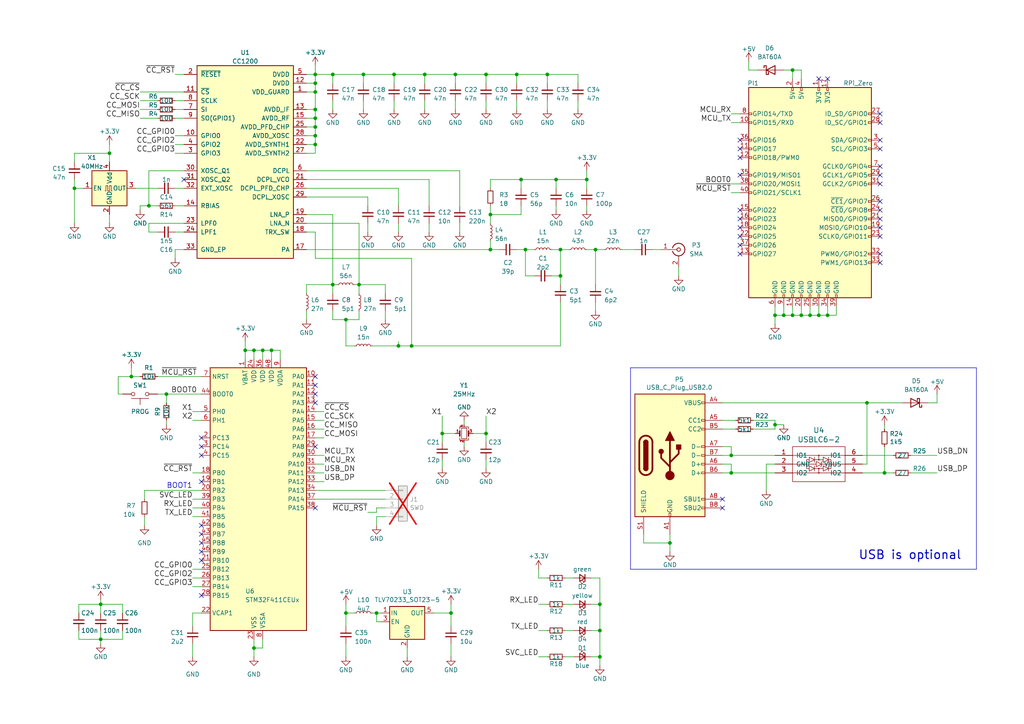
<source format=kicad_sch>
(kicad_sch (version 20231120) (generator "eeschema") (generator_version "8.0")
  (paper "A4")
  (title_block (title "CC1200 RPi Zero Shield") (date "7-02-2025") (rev "B") (company "M17 Foundation") (comment 1 "Wojciech SP5WWP, Mathis DB9MAT"))
  (junction (at 170.18 52.07))
  (junction (at 29.21 175.26))
  (junction (at 31.75 44.45))
  (junction (at 212.09 137.16))
  (junction (at 224.79 123.19))
  (junction (at 109.22 177.8))
  (junction (at 172.72 72.39))
  (junction (at 151.13 52.07))
  (junction (at 96.52 21.59))
  (junction (at 140.97 21.59))
  (junction (at 161.29 52.07))
  (junction (at 76.2 101.6))
  (junction (at 104.14 82.55))
  (junction (at 128.27 125.73))
  (junction (at 91.44 24.13))
  (junction (at 91.44 21.59))
  (junction (at 43.18 59.69))
  (junction (at 114.3 21.59))
  (junction (at 224.79 91.44))
  (junction (at 91.44 41.91))
  (junction (at 162.56 80.01))
  (junction (at 21.59 54.61))
  (junction (at 91.44 34.29))
  (junction (at 140.97 125.73))
  (junction (at 132.08 21.59))
  (junction (at 73.66 101.6))
  (junction (at 115.57 100.33))
  (junction (at 91.44 39.37))
  (junction (at 142.24 72.39))
  (junction (at 237.49 91.44))
  (junction (at 194.31 157.48))
  (junction (at 173.99 190.5))
  (junction (at 48.26 114.3))
  (junction (at 173.99 182.88))
  (junction (at 229.87 91.44))
  (junction (at 130.81 177.8))
  (junction (at 38.1 109.22))
  (junction (at 212.09 132.08))
  (junction (at 73.66 187.96))
  (junction (at 149.86 21.59))
  (junction (at 142.24 62.23))
  (junction (at 251.46 116.84))
  (junction (at 162.56 72.39))
  (junction (at 232.41 91.44))
  (junction (at 91.44 36.83))
  (junction (at 152.4 72.39))
  (junction (at 105.41 21.59))
  (junction (at 158.75 21.59))
  (junction (at 78.74 101.6))
  (junction (at 91.44 31.75))
  (junction (at 100.33 92.71))
  (junction (at 29.21 185.42))
  (junction (at 71.12 101.6))
  (junction (at 96.52 82.55))
  (junction (at 256.54 137.16))
  (junction (at 240.03 91.44))
  (junction (at 229.87 20.32))
  (junction (at 227.33 91.44))
  (junction (at 173.99 175.26))
  (junction (at 123.19 21.59))
  (junction (at 119.38 100.33))
  (junction (at 91.44 26.67))
  (junction (at 100.33 177.8))
  (junction (at 234.95 91.44))
  (no_connect (at 237.49 22.86))
  (no_connect (at 91.44 114.3))
  (no_connect (at 53.34 52.07))
  (no_connect (at 58.42 129.54))
  (no_connect (at 255.27 50.8))
  (no_connect (at 255.27 35.56))
  (no_connect (at 58.42 157.48))
  (no_connect (at 91.44 111.76))
  (no_connect (at 58.42 139.7))
  (no_connect (at 255.27 53.34))
  (no_connect (at 58.42 160.02))
  (no_connect (at 255.27 76.2))
  (no_connect (at 255.27 43.18))
  (no_connect (at 214.63 50.8))
  (no_connect (at 214.63 73.66))
  (no_connect (at 58.42 162.56))
  (no_connect (at 58.42 172.72))
  (no_connect (at 255.27 66.04))
  (no_connect (at 58.42 154.94))
  (no_connect (at 58.42 127))
  (no_connect (at 91.44 109.22))
  (no_connect (at 91.44 116.84))
  (no_connect (at 255.27 48.26))
  (no_connect (at 58.42 132.08))
  (no_connect (at 214.63 68.58))
  (no_connect (at 214.63 43.18))
  (no_connect (at 240.03 22.86))
  (no_connect (at 214.63 71.12))
  (no_connect (at 255.27 73.66))
  (no_connect (at 255.27 63.5))
  (no_connect (at 209.55 144.78))
  (no_connect (at 58.42 152.4))
  (no_connect (at 214.63 45.72))
  (no_connect (at 255.27 40.64))
  (no_connect (at 255.27 68.58))
  (no_connect (at 209.55 147.32))
  (no_connect (at 255.27 60.96))
  (no_connect (at 255.27 33.02))
  (no_connect (at 214.63 60.96))
  (no_connect (at 255.27 58.42))
  (no_connect (at 214.63 40.64))
  (no_connect (at 214.63 66.04))
  (no_connect (at 91.44 147.32))
  (no_connect (at 91.44 129.54))
  (no_connect (at 214.63 63.5))
  (wire (pts (xy 123.19 24.13) (xy 123.19 21.59)))
  (polyline (pts (xy 283.21 165.1) (xy 182.88 165.1)))
  (wire (pts (xy 91.44 127) (xy 93.98 127)))
  (wire (pts (xy 31.75 62.23) (xy 31.75 64.77)))
  (wire (pts (xy 55.88 177.8) (xy 55.88 181.61)))
  (wire (pts (xy 100.33 177.8) (xy 102.87 177.8)))
  (wire (pts (xy 50.8 39.37) (xy 53.34 39.37)))
  (wire (pts (xy 124.46 52.07) (xy 124.46 59.69)))
  (wire (pts (xy 31.75 46.99) (xy 31.75 44.45)))
  (wire (pts (xy 130.81 175.26) (xy 130.81 177.8)))
  (wire (pts (xy 212.09 35.56) (xy 214.63 35.56)))
  (wire (pts (xy 237.49 91.44) (xy 240.03 91.44)))
  (wire (pts (xy 162.56 72.39) (xy 165.1 72.39)))
  (polyline (pts (xy 182.88 106.68) (xy 283.21 106.68)))
  (wire (pts (xy 212.09 132.08) (xy 209.55 132.08)))
  (wire (pts (xy 115.57 100.33) (xy 115.57 99.06)))
  (wire (pts (xy 50.8 34.29) (xy 53.34 34.29)))
  (wire (pts (xy 91.44 26.67) (xy 91.44 24.13)))
  (wire (pts (xy 194.31 157.48) (xy 194.31 160.02)))
  (wire (pts (xy 29.21 173.99) (xy 29.21 175.26)))
  (wire (pts (xy 237.49 88.9) (xy 237.49 91.44)))
  (wire (pts (xy 40.64 109.22) (xy 38.1 109.22)))
  (wire (pts (xy 142.24 69.85) (xy 142.24 72.39)))
  (wire (pts (xy 71.12 101.6) (xy 73.66 101.6)))
  (wire (pts (xy 217.17 17.78) (xy 217.17 20.32)))
  (wire (pts (xy 73.66 185.42) (xy 73.66 187.96)))
  (wire (pts (xy 50.8 67.31) (xy 53.34 67.31)))
  (wire (pts (xy 104.14 64.77) (xy 104.14 82.55)))
  (wire (pts (xy 102.87 82.55) (xy 104.14 82.55)))
  (wire (pts (xy 240.03 88.9) (xy 240.03 91.44)))
  (wire (pts (xy 34.29 114.3) (xy 34.29 109.22)))
  (wire (pts (xy 91.44 19.05) (xy 91.44 21.59)))
  (wire (pts (xy 96.52 82.55) (xy 96.52 85.09)))
  (wire (pts (xy 109.22 149.86) (xy 109.22 152.4)))
  (wire (pts (xy 212.09 55.88) (xy 214.63 55.88)))
  (wire (pts (xy 91.44 36.83) (xy 91.44 34.29)))
  (wire (pts (xy 88.9 41.91) (xy 91.44 41.91)))
  (wire (pts (xy 140.97 24.13) (xy 140.97 21.59)))
  (wire (pts (xy 34.29 109.22) (xy 38.1 109.22)))
  (wire (pts (xy 134.62 123.19) (xy 134.62 121.92)))
  (wire (pts (xy 91.44 24.13) (xy 91.44 21.59)))
  (wire (pts (xy 114.3 24.13) (xy 114.3 21.59)))
  (wire (pts (xy 50.8 21.59) (xy 53.34 21.59)))
  (wire (pts (xy 45.72 114.3) (xy 48.26 114.3)))
  (wire (pts (xy 40.64 29.21) (xy 45.72 29.21)))
  (wire (pts (xy 212.09 33.02) (xy 214.63 33.02)))
  (wire (pts (xy 212.09 137.16) (xy 224.79 137.16)))
  (wire (pts (xy 100.33 92.71) (xy 104.14 92.71)))
  (wire (pts (xy 162.56 80.01) (xy 162.56 72.39)))
  (wire (pts (xy 109.22 147.32) (xy 111.76 147.32)))
  (wire (pts (xy 209.55 129.54) (xy 212.09 129.54)))
  (wire (pts (xy 91.44 44.45) (xy 91.44 41.91)))
  (wire (pts (xy 162.56 80.01) (xy 162.56 82.55)))
  (wire (pts (xy 58.42 119.38) (xy 55.88 119.38)))
  (wire (pts (xy 144.78 72.39) (xy 142.24 72.39)))
  (wire (pts (xy 119.38 100.33) (xy 115.57 100.33)))
  (wire (pts (xy 140.97 21.59) (xy 132.08 21.59)))
  (wire (pts (xy 91.44 34.29) (xy 91.44 31.75)))
  (wire (pts (xy 251.46 116.84) (xy 251.46 134.62)))
  (polyline (pts (xy 283.21 106.68) (xy 283.21 165.1)))
  (wire (pts (xy 43.18 59.69) (xy 40.64 59.69)))
  (wire (pts (xy 43.18 49.53) (xy 43.18 59.69)))
  (wire (pts (xy 88.9 34.29) (xy 91.44 34.29)))
  (wire (pts (xy 162.56 72.39) (xy 160.02 72.39)))
  (wire (pts (xy 191.77 72.39) (xy 189.23 72.39)))
  (wire (pts (xy 31.75 41.91) (xy 31.75 44.45)))
  (wire (pts (xy 149.86 72.39) (xy 152.4 72.39)))
  (wire (pts (xy 224.79 88.9) (xy 224.79 91.44)))
  (wire (pts (xy 40.64 34.29) (xy 45.72 34.29)))
  (wire (pts (xy 91.44 119.38) (xy 93.98 119.38)))
  (wire (pts (xy 88.9 44.45) (xy 91.44 44.45)))
  (wire (pts (xy 39.37 54.61) (xy 45.72 54.61)))
  (wire (pts (xy 242.57 91.44) (xy 242.57 88.9)))
  (wire (pts (xy 100.33 177.8) (xy 100.33 181.61)))
  (wire (pts (xy 100.33 92.71) (xy 100.33 100.33)))
  (wire (pts (xy 161.29 52.07) (xy 170.18 52.07)))
  (wire (pts (xy 167.64 24.13) (xy 167.64 21.59)))
  (wire (pts (xy 142.24 54.61) (xy 142.24 52.07)))
  (wire (pts (xy 40.64 26.67) (xy 53.34 26.67)))
  (wire (pts (xy 218.44 124.46) (xy 224.79 124.46)))
  (wire (pts (xy 22.86 182.88) (xy 22.86 185.42)))
  (wire (pts (xy 173.99 190.5) (xy 171.45 190.5)))
  (wire (pts (xy 140.97 133.35) (xy 140.97 135.89)))
  (wire (pts (xy 212.09 129.54) (xy 212.09 132.08)))
  (wire (pts (xy 88.9 49.53) (xy 133.35 49.53)))
  (wire (pts (xy 224.79 123.19) (xy 224.79 124.46)))
  (wire (pts (xy 31.75 44.45) (xy 21.59 44.45)))
  (wire (pts (xy 212.09 137.16) (xy 209.55 137.16)))
  (wire (pts (xy 256.54 137.16) (xy 259.08 137.16)))
  (wire (pts (xy 22.86 175.26) (xy 29.21 175.26)))
  (wire (pts (xy 96.52 29.21) (xy 96.52 31.75)))
  (wire (pts (xy 251.46 134.62) (xy 250.19 134.62)))
  (wire (pts (xy 91.44 31.75) (xy 91.44 26.67)))
  (wire (pts (xy 71.12 104.14) (xy 71.12 101.6)))
  (wire (pts (xy 227.33 91.44) (xy 229.87 91.44)))
  (wire (pts (xy 110.49 180.34) (xy 109.22 180.34)))
  (wire (pts (xy 161.29 52.07) (xy 151.13 52.07)))
  (wire (pts (xy 152.4 72.39) (xy 152.4 80.01)))
  (wire (pts (xy 76.2 101.6) (xy 78.74 101.6)))
  (wire (pts (xy 96.52 90.17) (xy 96.52 92.71)))
  (wire (pts (xy 133.35 49.53) (xy 133.35 59.69)))
  (wire (pts (xy 88.9 24.13) (xy 91.44 24.13)))
  (wire (pts (xy 142.24 62.23) (xy 151.13 62.23)))
  (wire (pts (xy 91.44 137.16) (xy 93.98 137.16)))
  (wire (pts (xy 55.88 144.78) (xy 58.42 144.78)))
  (wire (pts (xy 271.78 114.3) (xy 271.78 116.84)))
  (wire (pts (xy 256.54 137.16) (xy 256.54 129.54)))
  (wire (pts (xy 109.22 180.34) (xy 109.22 177.8)))
  (wire (pts (xy 91.44 139.7) (xy 93.98 139.7)))
  (wire (pts (xy 91.44 121.92) (xy 93.98 121.92)))
  (wire (pts (xy 91.44 74.93) (xy 119.38 74.93)))
  (wire (pts (xy 224.79 123.19) (xy 227.33 123.19)))
  (wire (pts (xy 173.99 167.64) (xy 171.45 167.64)))
  (wire (pts (xy 43.18 64.77) (xy 53.34 64.77)))
  (wire (pts (xy 71.12 99.06) (xy 71.12 101.6)))
  (wire (pts (xy 227.33 88.9) (xy 227.33 91.44)))
  (wire (pts (xy 128.27 133.35) (xy 128.27 135.89)))
  (wire (pts (xy 106.68 57.15) (xy 106.68 59.69)))
  (wire (pts (xy 152.4 72.39) (xy 154.94 72.39)))
  (wire (pts (xy 48.26 114.3) (xy 48.26 116.84)))
  (wire (pts (xy 161.29 54.61) (xy 161.29 52.07)))
  (wire (pts (xy 227.33 20.32) (xy 229.87 20.32)))
  (wire (pts (xy 114.3 29.21) (xy 114.3 31.75)))
  (wire (pts (xy 109.22 148.59) (xy 109.22 147.32)))
  (wire (pts (xy 96.52 24.13) (xy 96.52 21.59)))
  (wire (pts (xy 35.56 182.88) (xy 35.56 185.42)))
  (wire (pts (xy 88.9 90.17) (xy 88.9 92.71)))
  (wire (pts (xy 45.72 59.69) (xy 43.18 59.69)))
  (wire (pts (xy 88.9 26.67) (xy 91.44 26.67)))
  (wire (pts (xy 88.9 39.37) (xy 91.44 39.37)))
  (wire (pts (xy 173.99 175.26) (xy 173.99 182.88)))
  (wire (pts (xy 137.16 125.73) (xy 140.97 125.73)))
  (wire (pts (xy 53.34 59.69) (xy 50.8 59.69)))
  (wire (pts (xy 40.64 59.69) (xy 40.64 60.96)))
  (wire (pts (xy 232.41 88.9) (xy 232.41 91.44)))
  (wire (pts (xy 55.88 149.86) (xy 58.42 149.86)))
  (wire (pts (xy 35.56 114.3) (xy 34.29 114.3)))
  (wire (pts (xy 180.34 72.39) (xy 184.15 72.39)))
  (wire (pts (xy 212.09 53.34) (xy 214.63 53.34)))
  (wire (pts (xy 163.83 167.64) (xy 166.37 167.64)))
  (wire (pts (xy 58.42 121.92) (xy 55.88 121.92)))
  (wire (pts (xy 123.19 21.59) (xy 114.3 21.59)))
  (wire (pts (xy 88.9 64.77) (xy 104.14 64.77)))
  (wire (pts (xy 48.26 123.19) (xy 48.26 121.92)))
  (wire (pts (xy 24.13 54.61) (xy 21.59 54.61)))
  (wire (pts (xy 88.9 72.39) (xy 142.24 72.39)))
  (wire (pts (xy 73.66 187.96) (xy 76.2 187.96)))
  (wire (pts (xy 96.52 21.59) (xy 105.41 21.59)))
  (wire (pts (xy 53.34 72.39) (xy 50.8 72.39)))
  (wire (pts (xy 88.9 67.31) (xy 91.44 67.31)))
  (wire (pts (xy 240.03 91.44) (xy 242.57 91.44)))
  (wire (pts (xy 186.69 157.48) (xy 194.31 157.48)))
  (wire (pts (xy 104.14 85.09) (xy 104.14 82.55)))
  (wire (pts (xy 91.44 21.59) (xy 96.52 21.59)))
  (wire (pts (xy 250.19 132.08) (xy 259.08 132.08)))
  (wire (pts (xy 149.86 21.59) (xy 158.75 21.59)))
  (wire (pts (xy 96.52 92.71) (xy 100.33 92.71)))
  (wire (pts (xy 124.46 64.77) (xy 124.46 67.31)))
  (wire (pts (xy 132.08 21.59) (xy 123.19 21.59)))
  (wire (pts (xy 118.11 187.96) (xy 118.11 190.5)))
  (wire (pts (xy 224.79 134.62) (xy 222.25 134.62)))
  (wire (pts (xy 156.21 182.88) (xy 158.75 182.88)))
  (wire (pts (xy 88.9 82.55) (xy 96.52 82.55)))
  (wire (pts (xy 133.35 64.77) (xy 133.35 67.31)))
  (wire (pts (xy 58.42 142.24) (xy 41.91 142.24)))
  (wire (pts (xy 149.86 24.13) (xy 149.86 21.59)))
  (wire (pts (xy 45.72 67.31) (xy 43.18 67.31)))
  (wire (pts (xy 264.16 132.08) (xy 271.78 132.08)))
  (wire (pts (xy 173.99 167.64) (xy 173.99 175.26)))
  (wire (pts (xy 234.95 88.9) (xy 234.95 91.44)))
  (wire (pts (xy 114.3 21.59) (xy 105.41 21.59)))
  (wire (pts (xy 166.37 175.26) (xy 163.83 175.26)))
  (wire (pts (xy 125.73 177.8) (xy 130.81 177.8)))
  (wire (pts (xy 229.87 20.32) (xy 229.87 22.86)))
  (wire (pts (xy 149.86 29.21) (xy 149.86 31.75)))
  (wire (pts (xy 91.44 21.59) (xy 88.9 21.59)))
  (wire (pts (xy 43.18 49.53) (xy 53.34 49.53)))
  (wire (pts (xy 212.09 134.62) (xy 212.09 137.16)))
  (wire (pts (xy 91.44 124.46) (xy 93.98 124.46)))
  (wire (pts (xy 128.27 120.65) (xy 128.27 125.73)))
  (wire (pts (xy 170.18 72.39) (xy 172.72 72.39)))
  (wire (pts (xy 218.44 121.92) (xy 224.79 121.92)))
  (wire (pts (xy 88.9 52.07) (xy 124.46 52.07)))
  (wire (pts (xy 29.21 182.88) (xy 29.21 185.42)))
  (wire (pts (xy 104.14 82.55) (xy 111.76 82.55)))
  (wire (pts (xy 45.72 109.22) (xy 58.42 109.22)))
  (wire (pts (xy 55.88 167.64) (xy 58.42 167.64)))
  (polyline (pts (xy 182.88 165.1) (xy 182.88 106.68)))
  (wire (pts (xy 217.17 20.32) (xy 219.71 20.32)))
  (wire (pts (xy 166.37 190.5) (xy 163.83 190.5)))
  (wire (pts (xy 40.64 31.75) (xy 45.72 31.75)))
  (wire (pts (xy 107.95 177.8) (xy 109.22 177.8)))
  (wire (pts (xy 91.44 132.08) (xy 93.98 132.08)))
  (wire (pts (xy 170.18 54.61) (xy 170.18 52.07)))
  (wire (pts (xy 100.33 186.69) (xy 100.33 190.5)))
  (wire (pts (xy 232.41 20.32) (xy 232.41 22.86)))
  (wire (pts (xy 119.38 74.93) (xy 119.38 100.33)))
  (wire (pts (xy 55.88 137.16) (xy 58.42 137.16)))
  (wire (pts (xy 21.59 44.45) (xy 21.59 46.99)))
  (wire (pts (xy 96.52 62.23) (xy 96.52 82.55)))
  (wire (pts (xy 41.91 149.86) (xy 41.91 152.4)))
  (wire (pts (xy 158.75 190.5) (xy 156.21 190.5)))
  (wire (pts (xy 105.41 29.21) (xy 105.41 31.75)))
  (wire (pts (xy 73.66 101.6) (xy 73.66 104.14)))
  (wire (pts (xy 91.44 142.24) (xy 111.76 142.24)))
  (wire (pts (xy 29.21 175.26) (xy 29.21 177.8)))
  (wire (pts (xy 140.97 29.21) (xy 140.97 31.75)))
  (wire (pts (xy 160.02 80.01) (xy 162.56 80.01)))
  (wire (pts (xy 50.8 29.21) (xy 53.34 29.21)))
  (wire (pts (xy 88.9 31.75) (xy 91.44 31.75)))
  (wire (pts (xy 76.2 101.6) (xy 76.2 104.14)))
  (wire (pts (xy 29.21 175.26) (xy 35.56 175.26)))
  (wire (pts (xy 172.72 72.39) (xy 175.26 72.39)))
  (wire (pts (xy 209.55 116.84) (xy 251.46 116.84)))
  (wire (pts (xy 115.57 64.77) (xy 115.57 67.31)))
  (wire (pts (xy 264.16 137.16) (xy 271.78 137.16)))
  (wire (pts (xy 140.97 125.73) (xy 140.97 128.27)))
  (wire (pts (xy 41.91 142.24) (xy 41.91 144.78)))
  (wire (pts (xy 73.66 101.6) (xy 76.2 101.6)))
  (wire (pts (xy 22.86 175.26) (xy 22.86 177.8)))
  (wire (pts (xy 96.52 82.55) (xy 97.79 82.55)))
  (wire (pts (xy 88.9 54.61) (xy 115.57 54.61)))
  (wire (pts (xy 224.79 91.44) (xy 227.33 91.44)))
  (wire (pts (xy 88.9 85.09) (xy 88.9 82.55)))
  (wire (pts (xy 222.25 134.62) (xy 222.25 142.24)))
  (wire (pts (xy 151.13 52.07) (xy 151.13 54.61)))
  (wire (pts (xy 91.44 41.91) (xy 91.44 39.37)))
  (wire (pts (xy 111.76 90.17) (xy 111.76 92.71)))
  (wire (pts (xy 162.56 100.33) (xy 119.38 100.33)))
  (wire (pts (xy 130.81 177.8) (xy 130.81 181.61)))
  (wire (pts (xy 167.64 29.21) (xy 167.64 31.75)))
  (wire (pts (xy 212.09 132.08) (xy 224.79 132.08)))
  (wire (pts (xy 29.21 185.42) (xy 35.56 185.42)))
  (wire (pts (xy 224.79 121.92) (xy 224.79 123.19)))
  (wire (pts (xy 269.24 116.84) (xy 271.78 116.84)))
  (wire (pts (xy 170.18 49.53) (xy 170.18 52.07)))
  (wire (pts (xy 128.27 125.73) (xy 132.08 125.73)))
  (wire (pts (xy 78.74 101.6) (xy 78.74 104.14)))
  (wire (pts (xy 134.62 128.27) (xy 134.62 129.54)))
  (wire (pts (xy 55.88 186.69) (xy 55.88 190.5)))
  (wire (pts (xy 156.21 165.1) (xy 156.21 167.64)))
  (wire (pts (xy 48.26 114.3) (xy 58.42 114.3)))
  (wire (pts (xy 78.74 101.6) (xy 81.28 101.6)))
  (wire (pts (xy 224.79 91.44) (xy 224.79 93.98)))
  (wire (pts (xy 161.29 59.69) (xy 161.29 60.96)))
  (wire (pts (xy 73.66 187.96) (xy 73.66 190.5)))
  (wire (pts (xy 209.55 121.92) (xy 213.36 121.92)))
  (wire (pts (xy 142.24 62.23) (xy 142.24 64.77)))
  (wire (pts (xy 130.81 186.69) (xy 130.81 190.5)))
  (wire (pts (xy 105.41 24.13) (xy 105.41 21.59)))
  (wire (pts (xy 50.8 31.75) (xy 53.34 31.75)))
  (wire (pts (xy 29.21 185.42) (xy 29.21 186.69)))
  (wire (pts (xy 106.68 148.59) (xy 109.22 148.59)))
  (wire (pts (xy 173.99 182.88) (xy 171.45 182.88)))
  (wire (pts (xy 55.88 170.18) (xy 58.42 170.18)))
  (wire (pts (xy 151.13 62.23) (xy 151.13 59.69)))
  (wire (pts (xy 172.72 87.63) (xy 172.72 90.17)))
  (wire (pts (xy 91.44 39.37) (xy 91.44 36.83)))
  (wire (pts (xy 22.86 185.42) (xy 29.21 185.42)))
  (wire (pts (xy 55.88 177.8) (xy 58.42 177.8)))
  (wire (pts (xy 158.75 175.26) (xy 156.21 175.26)))
  (wire (pts (xy 55.88 147.32) (xy 58.42 147.32)))
  (wire (pts (xy 123.19 29.21) (xy 123.19 31.75)))
  (wire (pts (xy 100.33 100.33) (xy 102.87 100.33)))
  (wire (pts (xy 50.8 72.39) (xy 50.8 74.93)))
  (wire (pts (xy 140.97 21.59) (xy 149.86 21.59)))
  (wire (pts (xy 162.56 87.63) (xy 162.56 100.33)))
  (wire (pts (xy 115.57 54.61) (xy 115.57 59.69)))
  (wire (pts (xy 194.31 157.48) (xy 194.31 154.94)))
  (wire (pts (xy 104.14 92.71) (xy 104.14 90.17)))
  (wire (pts (xy 128.27 125.73) (xy 128.27 128.27)))
  (wire (pts (xy 91.44 67.31) (xy 91.44 74.93)))
  (wire (pts (xy 172.72 72.39) (xy 172.72 82.55)))
  (wire (pts (xy 232.41 91.44) (xy 234.95 91.44)))
  (wire (pts (xy 209.55 134.62) (xy 212.09 134.62)))
  (wire (pts (xy 111.76 85.09) (xy 111.76 82.55)))
  (wire (pts (xy 21.59 54.61) (xy 21.59 52.07)))
  (wire (pts (xy 158.75 29.21) (xy 158.75 31.75)))
  (wire (pts (xy 38.1 106.68) (xy 38.1 109.22)))
  (wire (pts (xy 106.68 64.77) (xy 106.68 67.31)))
  (wire (pts (xy 229.87 91.44) (xy 232.41 91.44)))
  (wire (pts (xy 50.8 54.61) (xy 53.34 54.61)))
  (wire (pts (xy 76.2 185.42) (xy 76.2 187.96)))
  (wire (pts (xy 209.55 124.46) (xy 213.36 124.46)))
  (wire (pts (xy 158.75 21.59) (xy 167.64 21.59)))
  (wire (pts (xy 91.44 134.62) (xy 93.98 134.62)))
  (wire (pts (xy 142.24 52.07) (xy 151.13 52.07)))
  (wire (pts (xy 43.18 67.31) (xy 43.18 64.77)))
  (wire (pts (xy 55.88 165.1) (xy 58.42 165.1)))
  (wire (pts (xy 256.54 123.19) (xy 256.54 124.46)))
  (wire (pts (xy 132.08 24.13) (xy 132.08 21.59)))
  (wire (pts (xy 21.59 54.61) (xy 21.59 64.77)))
  (wire (pts (xy 186.69 154.94) (xy 186.69 157.48)))
  (wire (pts (xy 132.08 29.21) (xy 132.08 31.75)))
  (wire (pts (xy 100.33 175.26) (xy 100.33 177.8)))
  (wire (pts (xy 115.57 100.33) (xy 107.95 100.33)))
  (wire (pts (xy 173.99 175.26) (xy 171.45 175.26)))
  (wire (pts (xy 229.87 88.9) (xy 229.87 91.44)))
  (wire (pts (xy 156.21 167.64) (xy 158.75 167.64)))
  (wire (pts (xy 154.94 80.01) (xy 152.4 80.01)))
  (wire (pts (xy 91.44 144.78) (xy 111.76 144.78)))
  (wire (pts (xy 111.76 149.86) (xy 109.22 149.86)))
  (wire (pts (xy 196.85 77.47) (xy 196.85 80.01)))
  (wire (pts (xy 173.99 182.88) (xy 173.99 190.5)))
  (wire (pts (xy 229.87 20.32) (xy 232.41 20.32)))
  (wire (pts (xy 35.56 175.26) (xy 35.56 177.8)))
  (wire (pts (xy 88.9 62.23) (xy 96.52 62.23)))
  (wire (pts (xy 251.46 116.84) (xy 261.62 116.84)))
  (wire (pts (xy 173.99 190.5) (xy 173.99 193.04)))
  (wire (pts (xy 140.97 120.65) (xy 140.97 125.73)))
  (wire (pts (xy 158.75 24.13) (xy 158.75 21.59)))
  (wire (pts (xy 88.9 57.15) (xy 106.68 57.15)))
  (wire (pts (xy 142.24 59.69) (xy 142.24 62.23)))
  (wire (pts (xy 50.8 44.45) (xy 53.34 44.45)))
  (wire (pts (xy 163.83 182.88) (xy 166.37 182.88)))
  (wire (pts (xy 109.22 177.8) (xy 110.49 177.8)))
  (wire (pts (xy 81.28 104.14) (xy 81.28 101.6)))
  (wire (pts (xy 50.8 41.91) (xy 53.34 41.91)))
  (wire (pts (xy 170.18 59.69) (xy 170.18 60.96)))
  (wire (pts (xy 250.19 137.16) (xy 256.54 137.16)))
  (wire (pts (xy 88.9 36.83) (xy 91.44 36.83)))
  (wire (pts (xy 234.95 91.44) (xy 237.49 91.44)))
  (text "BOOT1" (at 52.07 140.97 0) (effects (font (size 1.524 1.524))))
  (text "USB is optional" (at 248.92 162.56 0) (effects (font (size 2.4892 2.4892) (thickness 0.3112)) (justify left bottom)))
  (label "USB_DP" (at 271.78 137.16 0) (effects (font (size 1.524 1.524))))
  (label "RX_LED" (at 156.21 175.26 180) (effects (font (size 1.524 1.524))))
  (label "RX_LED" (at 55.88 147.32 180) (effects (font (size 1.524 1.524))))
  (label "MCU_TX" (at 212.09 35.56 180) (effects (font (size 1.524 1.524))))
  (label "USB_DN" (at 271.78 132.08 0) (effects (font (size 1.524 1.524))))
  (label "X2" (at 140.97 120.65 0) (effects (font (size 1.524 1.524))))
  (label "CC_GPIO3" (at 55.88 170.18 180) (effects (font (size 1.524 1.524))))
  (label "TX_LED" (at 156.21 182.88 180) (effects (font (size 1.524 1.524))))
  (label "SVC_LED" (at 55.88 144.78 180) (effects (font (size 1.524 1.524))))
  (label "SVC_LED" (at 156.21 190.5 180) (effects (font (size 1.524 1.524))))
  (label "~{MCU_RST}" (at 106.68 148.59 180) (effects (font (size 1.524 1.524))))
  (label "TX_LED" (at 55.88 149.86 180) (effects (font (size 1.524 1.524))))
  (label "CC_SCK" (at 93.98 121.92 0) (effects (font (size 1.524 1.524))))
  (label "~{CC_CS}" (at 40.64 26.67 180) (effects (font (size 1.524 1.524))))
  (label "MCU_RX" (at 212.09 33.02 180) (effects (font (size 1.524 1.524))))
  (label "CC_GPIO0" (at 55.88 165.1 180) (effects (font (size 1.524 1.524))))
  (label "CC_MISO" (at 93.98 124.46 0) (effects (font (size 1.524 1.524))))
  (label "~{CC_CS}" (at 93.98 119.38 0) (effects (font (size 1.524 1.524))))
  (label "~{CC_RST}" (at 50.8 21.59 180) (effects (font (size 1.524 1.524))))
  (label "CC_GPIO3" (at 50.8 44.45 180) (effects (font (size 1.524 1.524))))
  (label "CC_MISO" (at 40.64 34.29 180) (effects (font (size 1.524 1.524))))
  (label "CC_SCK" (at 40.64 29.21 180) (effects (font (size 1.524 1.524))))
  (label "CC_GPIO2" (at 55.88 167.64 180) (effects (font (size 1.524 1.524))))
  (label "~{CC_RST}" (at 55.88 137.16 180) (effects (font (size 1.524 1.524))))
  (label "X1" (at 128.27 120.65 180) (effects (font (size 1.524 1.524))))
  (label "CC_GPIO2" (at 50.8 41.91 180) (effects (font (size 1.524 1.524))))
  (label "CC_GPIO0" (at 50.8 39.37 180) (effects (font (size 1.524 1.524))))
  (label "BOOT0" (at 57.15 114.3 180) (effects (font (size 1.524 1.524))))
  (label "MCU_RX" (at 93.98 134.62 0) (effects (font (size 1.524 1.524))))
  (label "~{MCU_RST}" (at 57.15 109.22 180) (effects (font (size 1.524 1.524))))
  (label "MCU_TX" (at 93.98 132.08 0) (effects (font (size 1.524 1.524))))
  (label "~{MCU_RST}" (at 212.09 55.88 180) (effects (font (size 1.524 1.524))))
  (label "X2" (at 55.88 121.92 180) (effects (font (size 1.524 1.524))))
  (label "USB_DP" (at 93.98 139.7 0) (effects (font (size 1.524 1.524))))
  (label "X1" (at 55.88 119.38 180) (effects (font (size 1.524 1.524))))
  (label "CC_MOSI" (at 93.98 127 0) (effects (font (size 1.524 1.524))))
  (label "CC_MOSI" (at 40.64 31.75 180) (effects (font (size 1.524 1.524))))
  (label "USB_DN" (at 93.98 137.16 0) (effects (font (size 1.524 1.524))))
  (label "BOOT0" (at 212.09 53.34 180) (effects (font (size 1.524 1.524))))
  (symbol (lib_id "Device:C_Small") (at 128.27 130.81 0) (mirror y) (unit 1)
    (property "Reference" "C21" (at 127.635 128.27 0) (effects (justify left)))
    (property "Value" "12p" (at 127.635 133.35 0) (effects (justify left)))
    (property "Footprint" "Capacitor_SMD:C_0402_1005Metric" (effects (hide yes)))
    (property "MFR" "Murata Electronics" (effects (hide yes)))
    (property "MPN" "GJM1555C1H200FB01D" (effects (hide yes)))
    (property "PN" "81-GJM1555C1H200FB1D" (effects (hide yes)))
  )
  (symbol (lib_id "Device:C_Small") (at 140.97 130.81 0) (unit 1)
    (property "Reference" "C23" (at 141.605 128.27 0) (effects (justify left)))
    (property "Value" "12p" (at 141.605 133.35 0) (effects (justify left)))
    (property "Footprint" "Capacitor_SMD:C_0402_1005Metric" (effects (hide yes)))
    (property "MFR" "Murata Electronics" (effects (hide yes)))
    (property "MPN" "GJM1555C1H200FB01D" (effects (hide yes)))
    (property "PN" "81-GJM1555C1H200FB1D" (effects (hide yes)))
  )
  (symbol (lib_id "power:GND") (at 128.27 135.89 0) (unit 1)
    (property "Reference" "#PWR01" (effects (hide yes)))
    (property "Value" "GND" (at 128.27 139.7 0))
  )
  (symbol (lib_id "power:GND") (at 140.97 135.89 0) (unit 1)
    (property "Reference" "#PWR02" (effects (hide yes)))
    (property "Value" "GND" (at 140.97 139.7 0))
  )
  (symbol (lib_id "Device:C_Small") (at 22.86 180.34 0) (unit 1)
    (property "Reference" "C24" (at 23.495 177.8 0) (effects (justify left)))
    (property "Value" "100n" (at 23.495 182.88 0) (effects (justify left)))
    (property "Footprint" "Capacitor_SMD:C_0402_1005Metric" (effects (hide yes)))
    (property "MPN" "VJ0402V104ZXJCW1BC" (effects (hide yes)))
    (property "PN" "77-VJ0402V104ZXJCBC" (effects (hide yes)))
  )
  (symbol (lib_id "Device:C_Small") (at 29.21 180.34 0) (unit 1)
    (property "Reference" "C25" (at 29.845 177.8 0) (effects (justify left)))
    (property "Value" "100n" (at 29.845 182.88 0) (effects (justify left)))
    (property "Footprint" "Capacitor_SMD:C_0402_1005Metric" (effects (hide yes)))
    (property "MPN" "VJ0402V104ZXJCW1BC" (effects (hide yes)))
    (property "PN" "77-VJ0402V104ZXJCBC" (effects (hide yes)))
  )
  (symbol (lib_id "Device:C_Small") (at 35.56 180.34 0) (unit 1)
    (property "Reference" "C26" (at 36.195 177.8 0) (effects (justify left)))
    (property "Value" "100n" (at 36.195 182.88 0) (effects (justify left)))
    (property "Footprint" "Capacitor_SMD:C_0402_1005Metric" (effects (hide yes)))
    (property "MFR" "Vishay / Vitramon" (effects (hide yes)))
    (property "MPN" "VJ0402V104ZXJCW1BC" (effects (hide yes)))
    (property "PN" "77-VJ0402V104ZXJCBC" (effects (hide yes)))
  )
  (symbol (lib_id "power:GND") (at 29.21 186.69 0) (unit 1)
    (property "Reference" "#PWR08" (effects (hide yes)))
    (property "Value" "GND" (at 29.21 190.5 0))
  )
  (symbol (lib_id "Device:LED_Small") (at 168.91 167.64 180) (unit 1)
    (property "Reference" "D2" (at 168.91 170.18 0))
    (property "Value" "green" (at 168.91 165.1 0))
    (property "Footprint" "LED_SMD:LED_0402_1005Metric" (effects (hide yes)))
    (property "MFR" "Kingbright" (effects (hide yes)))
    (property "MPN" "APHHS1005CGCK" (effects (hide yes)))
    (property "PN" "604-APHHS1005CGCK" (effects (hide yes)))
  )
  (symbol (lib_id "Device:LED_Small") (at 168.91 175.26 180) (unit 1)
    (property "Reference" "D3" (at 168.91 177.8 0))
    (property "Value" "yellow" (at 168.91 172.72 0))
    (property "Footprint" "LED_SMD:LED_0402_1005Metric" (effects (hide yes)))
    (property "MFR" "Kingbright" (effects (hide yes)))
    (property "MPN" "APG1005SYC-T" (effects (hide yes)))
    (property "PN" "604-APG1005SYCT" (effects (hide yes)))
  )
  (symbol (lib_id "Device:LED_Small") (at 168.91 182.88 180) (unit 1)
    (property "Reference" "D4" (at 168.91 185.42 0))
    (property "Value" "red" (at 168.91 180.34 0))
    (property "Footprint" "LED_SMD:LED_0402_1005Metric" (effects (hide yes)))
    (property "PN" "604-APHHS1005SURCK" (effects (hide yes)))
    (property "MPN" "APHHS1005SURCK" (effects (hide yes)))
  )
  (symbol (lib_id "Device:R_Small") (at 161.29 167.64 270) (unit 1)
    (property "Reference" "R11" (at 161.29 169.672 90))
    (property "Value" "1k" (at 161.29 167.64 90))
    (property "Footprint" "Resistor_SMD:R_0402_1005Metric" (effects (hide yes)))
    (property "MPN" "ERJ-PA2D1001X" (effects (hide yes)))
    (property "PN" "667-ERJ-PA2D1001X" (effects (hide yes)))
  )
  (symbol (lib_id "Device:R_Small") (at 161.29 175.26 270) (unit 1)
    (property "Reference" "R12" (at 161.29 177.292 90))
    (property "Value" "1k" (at 161.29 175.26 90))
    (property "Footprint" "Resistor_SMD:R_0402_1005Metric" (effects (hide yes)))
    (property "MPN" "ERJ-PA2D1001X" (effects (hide yes)))
    (property "PN" "667-ERJ-PA2D1001X" (effects (hide yes)))
  )
  (symbol (lib_id "Device:R_Small") (at 161.29 182.88 270) (unit 1)
    (property "Reference" "R13" (at 161.29 184.912 90))
    (property "Value" "1k" (at 161.29 182.88 90))
    (property "Footprint" "Resistor_SMD:R_0402_1005Metric" (effects (hide yes)))
    (property "PN" "667-ERJ-PA2D1001X" (effects (hide yes)))
    (property "MPN" "ERJ-PA2D1001X" (effects (hide yes)))
  )
  (symbol (lib_id "power:GND") (at 196.85 80.01 0) (mirror y) (unit 1)
    (property "Reference" "#PWR035" (effects (hide yes)))
    (property "Value" "GND" (at 196.85 83.82 0))
  )
  (symbol (lib_id "Device:LED_Small") (at 168.91 190.5 0) (mirror y) (unit 1)
    (property "Reference" "D1" (at 168.91 187.96 0))
    (property "Value" "blue" (at 168.91 193.04 0))
    (property "Footprint" "LED_SMD:LED_0402_1005Metric" (effects (hide yes)))
    (property "MFR" "Kingbright" (effects (hide yes)))
    (property "MPN" "APHHS1005SURCK" (effects (hide yes)))
    (property "PN" "604-APHHS1005SURCK" (effects (hide yes)))
  )
  (symbol (lib_id "Device:R_Small") (at 161.29 190.5 90) (mirror x) (unit 1)
    (property "Reference" "R18" (at 161.29 192.532 90))
    (property "Value" "1k" (at 161.29 190.5 90))
    (property "Footprint" "Resistor_SMD:R_0402_1005Metric" (effects (hide yes)))
    (property "PN" "667-ERJ-PA2D1001X" (effects (hide yes)))
    (property "MPN" "ERJ-PA2D1001X" (effects (hide yes)))
  )
  (symbol (lib_id "Device:C_Small") (at 186.69 72.39 270) (unit 1)
    (property "Reference" "C27" (at 186.69 67.31 90))
    (property "Value" "1n" (at 185.42 69.85 90) (effects (justify left)))
    (property "Footprint" "Capacitor_SMD:C_0402_1005Metric" (effects (hide yes)))
    (property "MPN" "GRT1555C1E102JA2J" (effects (hide yes)))
    (property "PN" "77-81-GRT1555C1E102JA2J" (effects (hide yes)))
  )
  (symbol (lib_id "power:GND") (at 100.33 190.5 0) (unit 1)
    (property "Reference" "#PWR046" (effects (hide yes)))
    (property "Value" "GND" (at 100.33 194.31 0))
  )
  (symbol (lib_id "power:GND") (at 130.81 190.5 0) (unit 1)
    (property "Reference" "#PWR050" (effects (hide yes)))
    (property "Value" "GND" (at 130.81 194.31 0))
  )
  (symbol (lib_id "Connector:Raspberry_Pi_2_3") (at 234.95 55.88 0) (unit 1) (in_bom no)
    (property "Reference" "PI1" (at 218.44 24.13 0))
    (property "Value" "RPi_Zero" (at 248.92 24.13 0))
    (property "Footprint" "Module:Raspberry_Pi_Zero_Socketed_THT_FaceDown_MountingHoles" (effects (hide yes)))
    (property "Datasheet" "https://www.raspberrypi.org/documentation/hardware/raspberrypi/schematics/rpi_SCH_3bplus_1p0_reduced.pdf" (effects (hide yes)))
    (property "MPN" "-" (effects (hide yes)))
    (property "PN" "-" (effects (hide yes)))
  )
  (symbol (lib_id "pkl_misc:USBLC6-2") (at 237.49 134.62 0) (unit 1)
    (property "Reference" "U4" (at 237.49 124.7902 0) (effects (font (size 1.524 1.524))))
    (property "Value" "USBLC6-2" (at 237.49 127.4826 0) (effects (font (size 1.524 1.524))))
    (property "Footprint" "Package_TO_SOT_SMD:SOT-23-6" (effects (hide yes)))
    (property "MPN" "USBLC6-2SC6" (effects (hide yes)))
    (property "PN" "511-USBLC6-2SC6" (effects (hide yes)))
  )
  (symbol (lib_id "power:+5V") (at 217.17 17.78 0) (unit 1)
    (property "Reference" "#PWR0102" (effects (hide yes)))
    (property "Value" "+5V" (at 217.17 14.224 0))
  )
  (symbol (lib_id "mmdvm_hs-hat-rescue:TLV70233_SOT23-5-Regulator_Linear") (at 118.11 180.34 0) (unit 1)
    (property "Reference" "U3" (at 118.11 171.6532 0))
    (property "Value" "TLV70233_SOT23-5" (at 118.11 173.9646 0))
    (property "Footprint" "Package_TO_SOT_SMD:SOT-23-5" (effects (hide yes)))
    (property "Datasheet" "http://www.ti.com/lit/ds/symlink/tlv702.pdf" (effects (hide yes)))
    (property "MPN" "TLV70233PDBVR" (effects (hide yes)))
    (property "PN" "595-TLV70233PDBVR" (effects (hide yes)))
  )
  (symbol (lib_id "power:+5V") (at 100.33 175.26 0) (unit 1)
    (property "Reference" "#PWR03" (effects (hide yes)))
    (property "Value" "+5V" (at 100.33 171.704 0))
  )
  (symbol (lib_id "power:GND") (at 118.11 190.5 0) (unit 1)
    (property "Reference" "#PWR04" (effects (hide yes)))
    (property "Value" "GND" (at 118.11 194.31 0))
  )
  (symbol (lib_id "power:GND") (at 224.79 93.98 0) (unit 1)
    (property "Reference" "#PWR0103" (effects (hide yes)))
    (property "Value" "GND" (at 224.79 97.79 0))
  )
  (symbol (lib_id "mmdvm_hs-hat-rescue:USB_C_Receptacle_USB2.0-Connector") (at 194.31 132.08 0) (unit 1)
    (property "Reference" "P5" (at 197.0278 110.0582 0))
    (property "Value" "USB_C_Plug_USB2.0" (at 197.0278 112.3696 0))
    (property "Footprint" "Connector_USB:USB_C_Receptacle_HRO_TYPE-C-31-M-12" (effects (hide yes)))
    (property "Datasheet" "https://www.usb.org/sites/default/files/documents/usb_type-c.zip" (effects (hide yes)))
    (property "PN" "C165948" (effects (hide yes)))
    (property "MPN" "TYPE-C-31-M-12" (effects (hide yes)))
  )
  (symbol (lib_id "power:GND") (at 194.31 160.02 0) (unit 1)
    (property "Reference" "#PWR06" (effects (hide yes)))
    (property "Value" "GND" (at 194.31 163.83 0))
  )
  (symbol (lib_id "Connector:Conn_Coaxial") (at 196.85 72.39 0) (unit 1)
    (property "Reference" "P3" (at 201.93 71.12 0))
    (property "Value" "SMA" (at 201.93 73.66 0))
    (property "Footprint" "Connector_Coaxial:SMA_Wurth_60312002114503_Vertical" (effects (hide yes)))
    (property "MPN" "RF2-04A-T-00-50-G" (effects (hide yes)))
    (property "PN" "737-RF204AT0050G" (effects (hide yes)))
  )
  (symbol (lib_id "Device:R_Small") (at 215.9 121.92 90) (unit 1)
    (property "Reference" "R22" (at 220.98 120.65 90))
    (property "Value" "5k1" (at 215.9 121.92 90))
    (property "Footprint" "Resistor_SMD:R_0402_1005Metric" (effects (hide yes)))
    (property "MFR" "Vishay" (effects (hide yes)))
    (property "MPN" "CRCW040210K0FKED" (effects (hide yes)))
    (property "PN" "71-CRCW0402-10K-E3" (effects (hide yes)))
  )
  (symbol (lib_id "Device:R_Small") (at 215.9 124.46 90) (unit 1)
    (property "Reference" "R23" (at 220.98 123.19 90))
    (property "Value" "5k1" (at 215.9 124.46 90))
    (property "Footprint" "Resistor_SMD:R_0402_1005Metric" (effects (hide yes)))
    (property "MFR" "Vishay" (effects (hide yes)))
    (property "MPN" "CRCW040210K0FKED" (effects (hide yes)))
    (property "PN" "71-CRCW0402-10K-E3" (effects (hide yes)))
  )
  (symbol (lib_id "power:GND") (at 227.33 123.19 0) (unit 1)
    (property "Reference" "#PWR010" (effects (hide yes)))
    (property "Value" "GND" (at 227.33 127 0))
  )
  (symbol (lib_id "power:GND") (at 222.25 142.24 0) (unit 1)
    (property "Reference" "#PWR038" (effects (hide yes)))
    (property "Value" "GND" (at 222.25 146.05 0))
  )
  (symbol (lib_id "Device:R_Small") (at 256.54 127 0) (unit 1)
    (property "Reference" "R24" (at 258.0386 125.8316 0) (effects (justify left)))
    (property "Value" "1k5" (at 258.0386 128.143 0) (effects (justify left)))
    (property "Footprint" "Resistor_SMD:R_0402_1005Metric" (effects (hide yes)))
    (property "MPN" "AC0402JR-7W1K5L" (effects (hide yes)))
    (property "PN" "603-AC0402JR-7W1K5L" (effects (hide yes)))
  )
  (symbol (lib_id "Device:R_Small") (at 261.62 132.08 90) (unit 1)
    (property "Reference" "R25" (at 266.7 130.81 90))
    (property "Value" "27" (at 261.62 132.08 90))
    (property "Footprint" "Resistor_SMD:R_0402_1005Metric" (effects (hide yes)))
    (property "MFR" "Vishay" (effects (hide yes)))
    (property "MPN" "CRCW040210K0FKED" (effects (hide yes)))
    (property "PN" "71-CRCW0402-10K-E3" (effects (hide yes)))
  )
  (symbol (lib_id "Device:R_Small") (at 261.62 137.16 90) (unit 1)
    (property "Reference" "R26" (at 266.7 135.89 90))
    (property "Value" "27" (at 261.62 137.16 90))
    (property "Footprint" "Resistor_SMD:R_0402_1005Metric" (effects (hide yes)))
    (property "MFR" "Vishay" (effects (hide yes)))
    (property "MPN" "CRCW040210K0FKED" (effects (hide yes)))
    (property "PN" "71-CRCW0402-10K-E3" (effects (hide yes)))
  )
  (symbol (lib_id "power:+3.3V") (at 256.54 123.19 0) (unit 1)
    (property "Reference" "#PWR025" (effects (hide yes)))
    (property "Value" "+3.3V" (at 256.54 119.38 0))
  )
  (symbol (lib_id "power:GND") (at 132.08 31.75 0) (mirror y) (unit 1)
    (property "Reference" "#PWR032" (effects (hide yes)))
    (property "Value" "GND" (at 132.08 35.56 0))
  )
  (symbol (lib_id "power:GND") (at 114.3 31.75 0) (mirror y) (unit 1)
    (property "Reference" "#PWR030" (effects (hide yes)))
    (property "Value" "GND" (at 114.3 35.56 0))
  )
  (symbol (lib_id "power:+3.3V") (at 170.18 49.53 0) (unit 1)
    (property "Reference" "#PWR018" (effects (hide yes)))
    (property "Value" "+3.3V" (at 170.18 45.72 0))
  )
  (symbol (lib_id "Device:C_Small") (at 21.59 49.53 0) (mirror x) (unit 1)
    (property "Reference" "C15" (at 19.05 48.8886 0) (effects (justify right)))
    (property "Value" "47n" (at 19.05 51.4286 0) (effects (justify right)))
    (property "Footprint" "Capacitor_SMD:C_0402_1005Metric" (effects (hide yes)))
    (property "MPN" "GCM155L8EH473KE7D" (effects (hide yes)))
    (property "PN" "81-GCM155L8EH473KE7D" (effects (hide yes)))
  )
  (symbol (lib_id "Device:L_Small") (at 88.9 87.63 0) (unit 1)
    (property "Reference" "L6" (at 90.17 86.995 0) (effects (justify left)))
    (property "Value" "27n" (at 90.17 89.535 0) (effects (justify left)))
    (property "Footprint" "Inductor_SMD:L_0402_1005Metric" (effects (hide yes)))
    (property "MPN" "LQG15HN27NJ02D" (effects (hide yes)))
    (property "PN" "81-LQG15HN27NJ02D" (effects (hide yes)))
  )
  (symbol (lib_id "power:GND") (at 149.86 31.75 0) (mirror y) (unit 1)
    (property "Reference" "#PWR034" (effects (hide yes)))
    (property "Value" "GND" (at 149.86 35.56 0))
  )
  (symbol (lib_id "Device:C_Small") (at 115.57 62.23 180) (unit 1)
    (property "Reference" "C11" (at 118.11 61.5886 0) (effects (justify right)))
    (property "Value" "47n" (at 118.11 64.1286 0) (effects (justify right)))
    (property "Footprint" "Capacitor_SMD:C_0402_1005Metric" (effects (hide yes)))
    (property "MPN" "GCM155L8EH473KE7D" (effects (hide yes)))
    (property "PN" "81-GCM155L8EH473KE7D" (effects (hide yes)))
  )
  (symbol (lib_id "Device:R_Small") (at 41.91 147.32 0) (unit 1)
    (property "Reference" "R7" (at 39.37 146.685 0) (effects (justify right)))
    (property "Value" "10k" (at 39.37 149.225 0) (effects (justify right)))
    (property "Footprint" "Resistor_SMD:R_0402_1005Metric" (effects (hide yes)))
    (property "MPN" "RC0402JR-1010KL" (effects (hide yes)))
    (property "PN" "603-RC0402JR-1010KL" (effects (hide yes)))
  )
  (symbol (lib_id "power:GND") (at 31.75 64.77 0) (unit 1)
    (property "Reference" "#PWR024" (effects (hide yes)))
    (property "Value" "GND" (at 31.75 68.58 0))
  )
  (symbol (lib_id "Device:L_Small") (at 167.64 72.39 90) (unit 1)
    (property "Reference" "L2" (at 167.64 67.31 90))
    (property "Value" "43n" (at 167.64 69.85 90))
    (property "Footprint" "Inductor_SMD:L_0402_1005Metric" (effects (hide yes)))
    (property "MPN" "LQG15WZ43NJ02D" (effects (hide yes)))
    (property "PN" "81-LQG15WZ43NJ02D" (effects (hide yes)))
  )
  (symbol (lib_id "Device:C_Small") (at 123.19 26.67 180) (unit 1)
    (property "Reference" "C20" (at 125.73 26.0286 0) (effects (justify right)))
    (property "Value" "47n" (at 125.73 28.5686 0) (effects (justify right)))
    (property "Footprint" "Capacitor_SMD:C_0402_1005Metric" (effects (hide yes)))
    (property "MPN" "GCM155L8EH473KE7D" (effects (hide yes)))
    (property "PN" "81-GCM155L8EH473KE7D" (effects (hide yes)))
  )
  (symbol (lib_id "Switch:SW_Push") (at 40.64 114.3 180) (unit 1)
    (property "Reference" "SW1" (at 40.64 111.76 0))
    (property "Value" "PROG" (at 40.64 119.38 0))
    (property "Footprint" "Button_Switch_SMD:SW_Tactile_SPST_NO_Straight_CK_PTS636Sx25SMTRLFS" (effects (hide yes)))
    (property "Description" "Push button switch, generic, two pins" (effects (hide yes)))
    (property "PN" "611-PTS636SM43JSMTRL" (effects (hide yes)))
    (property "MPN" "PTS636SM43JSMTR LFS" (effects (hide yes)))
  )
  (symbol (lib_id "power:GND") (at 55.88 190.5 0) (unit 1)
    (property "Reference" "#PWR053" (effects (hide yes)))
    (property "Value" "GND" (at 55.88 195.58 0))
  )
  (symbol (lib_id "Device:C_Small") (at 133.35 62.23 180) (unit 1)
    (property "Reference" "C13" (at 135.89 61.5886 0) (effects (justify right)))
    (property "Value" "220n" (at 135.89 64.1286 0) (effects (justify right)))
    (property "Footprint" "Capacitor_SMD:C_0402_1005Metric" (effects (hide yes)))
    (property "MPN" "CGA2B3X5R1A224MB" (effects (hide yes)))
    (property "PN" "810-CGA2B3X5R1A224MB" (effects (hide yes)))
  )
  (symbol (lib_id "power:GND") (at 109.22 152.4 0) (mirror y) (unit 1)
    (property "Reference" "#PWR054" (effects (hide yes)))
    (property "Value" "GND" (at 109.22 156.21 0))
  )
  (symbol (lib_id "power:+3.3V") (at 91.44 19.05 0) (unit 1)
    (property "Reference" "#PWR057" (effects (hide yes)))
    (property "Value" "+3.3V" (at 91.44 15.24 0))
  )
  (symbol (lib_id "Device:C_Small") (at 147.32 72.39 90) (unit 1)
    (property "Reference" "C2" (at 147.32 76.2 90))
    (property "Value" "39p" (at 147.32 78.74 90))
    (property "Footprint" "Capacitor_SMD:C_0402_1005Metric" (effects (hide yes)))
    (property "MPN" "GRM1555C2A390JA1D" (effects (hide yes)))
    (property "PN" "81-GRM1555C2A390JA1D" (effects (hide yes)))
  )
  (symbol (lib_id "Device:R_Small") (at 48.26 34.29 90) (unit 1)
    (property "Reference" "R4" (at 44.45 33.02 90))
    (property "Value" "100" (at 48.26 34.29 90))
    (property "Footprint" "Resistor_SMD:R_0402_1005Metric" (effects (hide yes)))
    (property "MPN" "CR0402AJW-101GLF" (effects (hide yes)))
    (property "PN" "652-CR0402AJW-101GLF" (effects (hide yes)))
  )
  (symbol (lib_id "power:GND") (at 123.19 31.75 0) (mirror y) (unit 1)
    (property "Reference" "#PWR031" (effects (hide yes)))
    (property "Value" "GND" (at 123.19 35.56 0))
  )
  (symbol (lib_id "Device:C_Small") (at 140.97 26.67 180) (unit 1)
    (property "Reference" "C30" (at 143.51 26.0286 0) (effects (justify right)))
    (property "Value" "47n" (at 143.51 28.5686 0) (effects (justify right)))
    (property "Footprint" "Capacitor_SMD:C_0402_1005Metric" (effects (hide yes)))
    (property "MPN" "GCM155L8EH473KE7D" (effects (hide yes)))
    (property "PN" "81-GCM155L8EH473KE7D" (effects (hide yes)))
  )
  (symbol (lib_id "power:GND") (at 115.57 67.31 0) (mirror y) (unit 1)
    (property "Reference" "#PWR021" (effects (hide yes)))
    (property "Value" "GND" (at 115.57 71.12 0))
  )
  (symbol (lib_id "power:+3.3V") (at 31.75 41.91 0) (unit 1)
    (property "Reference" "#PWR015" (effects (hide yes)))
    (property "Value" "+3.3V" (at 31.75 38.1 0))
  )
  (symbol (lib_id "power:GND") (at 167.64 31.75 0) (mirror y) (unit 1)
    (property "Reference" "#PWR041" (effects (hide yes)))
    (property "Value" "GND" (at 167.64 35.56 0))
  )
  (symbol (lib_id "Connector_Generic:Conn_01x04") (at 116.84 144.78 0) (unit 1) (in_bom no) (dnp yes)
    (property "Reference" "J1" (at 118.872 144.8378 0) (effects (justify left)))
    (property "Value" "SWD" (at 118.872 147.2621 0) (effects (justify left)))
    (property "Footprint" "Connector_PinHeader_2.54mm:PinHeader_1x04_P2.54mm_Vertical" (effects (hide yes)))
    (property "Description" "Generic connector, single row, 01x04, script generated (kicad-library-utils/schlib/autogen/connector/)" (effects (hide yes)))
    (property "MPN" "-" (effects (hide yes)))
    (property "PN" "-" (effects (hide yes)))
  )
  (symbol (lib_id "Diode:BAT60A") (at 223.52 20.32 0) (unit 1)
    (property "Reference" "D6" (at 223.2025 13.97 0))
    (property "Value" "BAT60A" (at 223.2025 16.51 0))
    (property "Footprint" "Diode_SMD:D_SOD-323" (effects (hide yes)))
    (property "Datasheet" "https://www.infineon.com/dgdl/Infineon-BAT60ASERIES-DS-v01_01-en.pdf?fileId=db3a304313d846880113def70c9304a9" (effects (hide yes)))
    (property "MPN" "BAT60AE6327XT" (effects (hide yes)))
    (property "PN" "726-BAT60AE6327XT" (effects (hide yes)))
  )
  (symbol (lib_id "Device:C_Small") (at 132.08 26.67 180) (unit 1)
    (property "Reference" "C22" (at 134.62 26.0286 0) (effects (justify right)))
    (property "Value" "47n" (at 134.62 28.5686 0) (effects (justify right)))
    (property "Footprint" "Capacitor_SMD:C_0402_1005Metric" (effects (hide yes)))
    (property "MPN" "GCM155L8EH473KE7D" (effects (hide yes)))
    (property "PN" "81-GCM155L8EH473KE7D" (effects (hide yes)))
  )
  (symbol (lib_id "power:GND") (at 133.35 67.31 0) (mirror y) (unit 1)
    (property "Reference" "#PWR023" (effects (hide yes)))
    (property "Value" "GND" (at 133.35 71.12 0))
  )
  (symbol (lib_id "Device:C_Small") (at 55.88 184.15 0) (unit 1)
    (property "Reference" "C31" (at 53.34 183.5213 0) (effects (justify right)))
    (property "Value" "2u2" (at 53.34 186.0613 0) (effects (justify right)))
    (property "Footprint" "Capacitor_SMD:C_0603_1608Metric" (effects (hide yes)))
    (property "MPN" "CL10A225KO8NNWC" (effects (hide yes)))
    (property "PN" "187-CL10A225KO8NNWC" (effects (hide yes)))
  )
  (symbol (lib_id "power:GND") (at 88.9 92.71 0) (mirror y) (unit 1)
    (property "Reference" "#PWR019" (effects (hide yes)))
    (property "Value" "GND" (at 88.9 96.52 0))
  )
  (symbol (lib_id "Device:C_Small") (at 158.75 26.67 180) (unit 1)
    (property "Reference" "C33" (at 161.29 26.0286 0) (effects (justify right)))
    (property "Value" "47n" (at 161.29 28.5686 0) (effects (justify right)))
    (property "Footprint" "Capacitor_SMD:C_0402_1005Metric" (effects (hide yes)))
    (property "MPN" "GCM155L8EH473KE7D" (effects (hide yes)))
    (property "PN" "81-GCM155L8EH473KE7D" (effects (hide yes)))
  )
  (symbol (lib_id "power:+5V") (at 271.78 114.3 0) (unit 1)
    (property "Reference" "#PWR07" (effects (hide yes)))
    (property "Value" "+5V" (at 271.78 110.744 0))
  )
  (symbol (lib_id "Device:L_Small") (at 104.14 87.63 0) (unit 1)
    (property "Reference" "L8" (at 105.41 86.995 0) (effects (justify left)))
    (property "Value" "27n" (at 105.41 89.535 0) (effects (justify left)))
    (property "Footprint" "Inductor_SMD:L_0402_1005Metric" (effects (hide yes)))
    (property "MPN" "LQG15HN27NJ02D" (effects (hide yes)))
    (property "PN" "81-LQG15HN27NJ02D" (effects (hide yes)))
  )
  (symbol (lib_id "Diode:BAT60A") (at 265.43 116.84 180) (unit 1)
    (property "Reference" "D5" (at 265.7475 110.49 0))
    (property "Value" "BAT60A" (at 265.7475 113.03 0))
    (property "Footprint" "Diode_SMD:D_SOD-323" (effects (hide yes)))
    (property "Datasheet" "https://www.infineon.com/dgdl/Infineon-BAT60ASERIES-DS-v01_01-en.pdf?fileId=db3a304313d846880113def70c9304a9" (effects (hide yes)))
    (property "MPN" "BAT60AE6327XT" (effects (hide yes)))
    (property "PN" "726-BAT60AE6327XT" (effects (hide yes)))
  )
  (symbol (lib_id "Device:C_Small") (at 149.86 26.67 180) (unit 1)
    (property "Reference" "C32" (at 152.4 26.0286 0) (effects (justify right)))
    (property "Value" "47n" (at 152.4 28.5686 0) (effects (justify right)))
    (property "Footprint" "Capacitor_SMD:C_0402_1005Metric" (effects (hide yes)))
    (property "MPN" "GCM155L8EH473KE7D" (effects (hide yes)))
    (property "PN" "81-GCM155L8EH473KE7D" (effects (hide yes)))
  )
  (symbol (lib_id "power:GND") (at 50.8 74.93 0) (unit 1)
    (property "Reference" "#PWR026" (effects (hide yes)))
    (property "Value" "GND" (at 50.8 78.74 0))
  )
  (symbol (lib_id "Device:Crystal_GND24_Small") (at 134.62 125.73 0) (unit 1)
    (property "Reference" "Y1" (at 134.62 111.76 0))
    (property "Value" "25MHz" (at 134.62 114.3 0))
    (property "Footprint" "Crystal:Crystal_SMD_3225-4Pin_3.2x2.5mm" (effects (hide yes)))
    (property "PN" "669-EB2532YA08-25T " (effects (hide yes)))
    (property "MPN" "EB2532YA08-25T " (effects (hide yes)))
  )
  (symbol (lib_id "power:GND") (at 158.75 31.75 0) (mirror y) (unit 1)
    (property "Reference" "#PWR040" (effects (hide yes)))
    (property "Value" "GND" (at 158.75 35.56 0))
  )
  (symbol (lib_id "Device:C_Small") (at 96.52 87.63 180) (unit 1)
    (property "Reference" "C8" (at 99.06 86.9886 0) (effects (justify right)))
    (property "Value" "5p1" (at 99.06 89.5286 0) (effects (justify right)))
    (property "Footprint" "Capacitor_SMD:C_0402_1005Metric" (effects (hide yes)))
    (property "MPN" "GJM1555C1H5R1DB1D" (effects (hide yes)))
    (property "PN" "81-GJM1555C1H5R1DB1D" (effects (hide yes)))
  )
  (symbol (lib_id "Device:C_Small") (at 96.52 26.67 180) (unit 1)
    (property "Reference" "C17" (at 99.06 26.0286 0) (effects (justify right)))
    (property "Value" "47n" (at 99.06 28.5686 0) (effects (justify right)))
    (property "Footprint" "Capacitor_SMD:C_0402_1005Metric" (effects (hide yes)))
    (property "MPN" "GCM155L8EH473KE7D" (effects (hide yes)))
    (property "PN" "81-GCM155L8EH473KE7D" (effects (hide yes)))
  )
  (symbol (lib_id "Device:C_Small") (at 167.64 26.67 180) (unit 1)
    (property "Reference" "C34" (at 170.18 26.0286 0) (effects (justify right)))
    (property "Value" "47n" (at 170.18 28.5686 0) (effects (justify right)))
    (property "Footprint" "Capacitor_SMD:C_0402_1005Metric" (effects (hide yes)))
    (property "MPN" "GCM155L8EH473KE7D" (effects (hide yes)))
    (property "PN" "81-GCM155L8EH473KE7D" (effects (hide yes)))
  )
  (symbol (lib_id "Device:R_Small") (at 43.18 109.22 90) (unit 1)
    (property "Reference" "R1" (at 43.18 106.68 90))
    (property "Value" "10k" (at 43.18 109.22 90))
    (property "Footprint" "Resistor_SMD:R_0402_1005Metric" (effects (hide yes)))
    (property "MPN" "RC0402JR-1010KL" (effects (hide yes)))
    (property "PN" "603-RC0402JR-1010KL" (effects (hide yes)))
  )
  (symbol (lib_id "power:GND") (at 172.72 90.17 0) (mirror y) (unit 1)
    (property "Reference" "#PWR014" (effects (hide yes)))
    (property "Value" "GND" (at 172.72 93.98 0))
  )
  (symbol (lib_id "power:+3.3V") (at 38.1 106.68 0) (unit 1)
    (property "Reference" "#PWR052" (effects (hide yes)))
    (property "Value" "+3.3V" (at 38.1 102.87 0))
  )
  (symbol (lib_id "MCU_ST_STM32F4:STM32F411CEUx") (at 73.66 144.78 0) (unit 1)
    (property "Reference" "U6" (at 71.12 171.45 0) (effects (justify left)))
    (property "Value" "STM32F411CEUx" (at 71.12 173.99 0) (effects (justify left)))
    (property "Footprint" "Package_DFN_QFN:QFN-48-1EP_7x7mm_P0.5mm_EP5.6x5.6mm" (effects (hide yes)))
    (property "Datasheet" "https://www.st.com/resource/en/datasheet/stm32f411ce.pdf" (effects (hide yes)))
    (property "MPN" "STM32F411CEU6" (effects (hide yes)))
    (property "PN" "511-STM32F411CEU6" (effects (hide yes)))
  )
  (symbol (lib_id "power:GND") (at 105.41 31.75 0) (mirror y) (unit 1)
    (property "Reference" "#PWR029" (effects (hide yes)))
    (property "Value" "GND" (at 105.41 35.56 0))
  )
  (symbol (lib_id "power:GND") (at 124.46 67.31 0) (mirror y) (unit 1)
    (property "Reference" "#PWR022" (effects (hide yes)))
    (property "Value" "GND" (at 124.46 71.12 0))
  )
  (symbol (lib_id "Device:C_Small") (at 151.13 57.15 180) (unit 1)
    (property "Reference" "C5" (at 153.67 56.5086 0) (effects (justify right)))
    (property "Value" "56p" (at 153.67 59.0486 0) (effects (justify right)))
    (property "Footprint" "Capacitor_SMD:C_0402_1005Metric" (effects (hide yes)))
    (property "MPN" "04025A560JAT4A" (effects (hide yes)))
    (property "PN" "581-04025A560JAT4A" (effects (hide yes)))
  )
  (symbol (lib_id "Device:L_Small") (at 157.48 72.39 90) (unit 1)
    (property "Reference" "L1" (at 157.48 67.31 90))
    (property "Value" "15n" (at 157.48 69.85 90))
    (property "Footprint" "Inductor_SMD:L_0402_1005Metric" (effects (hide yes)))
    (property "MPN" "LQG15HZ15NJ02D" (effects (hide yes)))
    (property "PN" "81-LQG15HZ15NJ02D" (effects (hide yes)))
  )
  (symbol (lib_id "power:GND") (at 21.59 64.77 0) (unit 1)
    (property "Reference" "#PWR042" (effects (hide yes)))
    (property "Value" "GND" (at 21.59 68.58 0))
  )
  (symbol (lib_id "Device:R_Small") (at 48.26 59.69 90) (unit 1)
    (property "Reference" "R14" (at 48.26 62.23 90))
    (property "Value" "56k" (at 48.26 59.69 90))
    (property "Footprint" "Resistor_SMD:R_0402_1005Metric" (effects (hide yes)))
    (property "MPN" "RK73B1ETTP563J" (effects (hide yes)))
    (property "PN" "660-RK73B1ETTP563J" (effects (hide yes)))
  )
  (symbol (lib_id "Device:C_Small") (at 105.41 26.67 180) (unit 1)
    (property "Reference" "C18" (at 107.95 26.0286 0) (effects (justify right)))
    (property "Value" "47n" (at 107.95 28.5686 0) (effects (justify right)))
    (property "Footprint" "Capacitor_SMD:C_0402_1005Metric" (effects (hide yes)))
    (property "MPN" "GCM155L8EH473KE7D" (effects (hide yes)))
    (property "PN" "81-GCM155L8EH473KE7D" (effects (hide yes)))
  )
  (symbol (lib_id "Device:R_Small") (at 142.24 57.15 0) (unit 1)
    (property "Reference" "R3" (at 144.78 56.515 0) (effects (justify left)))
    (property "Value" "18" (at 144.78 59.055 0) (effects (justify left)))
    (property "Footprint" "Resistor_SMD:R_0402_1005Metric" (effects (hide yes)))
    (property "MPN" "ERJ-2GEJ180X" (effects (hide yes)))
    (property "PN" "667-ERJ-2GEJ180X" (effects (hide yes)))
  )
  (symbol (lib_id "Device:L_Small") (at 105.41 100.33 90) (unit 1)
    (property "Reference" "L9" (at 105.41 95.25 90))
    (property "Value" "15n" (at 105.41 97.79 90))
    (property "Footprint" "Inductor_SMD:L_0402_1005Metric" (effects (hide yes)))
    (property "MPN" "LQG15HZ15NJ02D" (effects (hide yes)))
    (property "PN" "81-LQG15HZ15NJ02D" (effects (hide yes)))
  )
  (symbol (lib_id "power:+3.3V") (at 71.12 99.06 0) (unit 1)
    (property "Reference" "#PWR047" (effects (hide yes)))
    (property "Value" "+3.3V" (at 71.12 95.25 0))
  )
  (symbol (lib_id "power:GND") (at 173.99 193.04 0) (mirror y) (unit 1)
    (property "Reference" "#PWR011" (effects (hide yes)))
    (property "Value" "GND" (at 173.99 196.85 0))
  )
  (symbol (lib_id "Device:R_Small") (at 48.26 31.75 90) (unit 1)
    (property "Reference" "R5" (at 44.45 30.48 90))
    (property "Value" "100" (at 48.26 31.75 90))
    (property "Footprint" "Resistor_SMD:R_0402_1005Metric" (effects (hide yes)))
    (property "MPN" "CR0402AJW-101GLF" (effects (hide yes)))
    (property "PN" "652-CR0402AJW-101GLF" (effects (hide yes)))
  )
  (symbol (lib_id "Device:L_Small") (at 142.24 67.31 0) (unit 1)
    (property "Reference" "L4" (at 143.51 66.675 0) (effects (justify left)))
    (property "Value" "56n" (at 143.51 69.215 0) (effects (justify left)))
    (property "Footprint" "Inductor_SMD:L_0402_1005Metric" (effects (hide yes)))
    (property "MPN" "LCCI0402J56NGTAR" (effects (hide yes)))
    (property "PN" "581-LCCI0402J56NGTAR" (effects (hide yes)))
  )
  (symbol (lib_id "Device:C_Small") (at 130.81 184.15 0) (unit 1)
    (property "Reference" "C29" (at 133.35 183.5213 0) (effects (justify left)))
    (property "Value" "10u" (at 133.35 186.0613 0) (effects (justify left)))
    (property "Footprint" "Capacitor_SMD:C_0603_1608Metric" (effects (hide yes)))
    (property "MPN" "CL10A106KQ8NNNC" (effects (hide yes)))
    (property "PN" "187-CL10A106KQ8NNNC" (effects (hide yes)))
  )
  (symbol (lib_id "Device:R_Small") (at 48.26 29.21 90) (unit 1)
    (property "Reference" "R6" (at 44.45 27.94 90))
    (property "Value" "100" (at 48.26 29.21 90))
    (property "Footprint" "Resistor_SMD:R_0402_1005Metric" (effects (hide yes)))
    (property "MPN" "CR0402AJW-101GLF" (effects (hide yes)))
    (property "PN" "652-CR0402AJW-101GLF" (effects (hide yes)))
  )
  (symbol (lib_id "Device:C_Small") (at 100.33 184.15 0) (unit 1)
    (property "Reference" "C35" (at 102.87 183.5213 0) (effects (justify left)))
    (property "Value" "100n" (at 102.87 186.0613 0) (effects (justify left)))
    (property "Footprint" "Capacitor_SMD:C_0402_1005Metric" (effects (hide yes)))
    (property "MPN" "VJ0402V104ZXJCW1BC" (effects (hide yes)))
    (property "PN" "77-VJ0402V104ZXJCBC" (effects (hide yes)))
  )
  (symbol (lib_id "power:+3.3V") (at 130.81 175.26 0) (unit 1)
    (property "Reference" "#PWR048" (effects (hide yes)))
    (property "Value" "+3.3V" (at 130.81 171.45 0))
  )
  (symbol (lib_id "power:GND") (at 106.68 67.31 0) (mirror y) (unit 1)
    (property "Reference" "#PWR020" (effects (hide yes)))
    (property "Value" "GND" (at 106.68 71.12 0))
  )
  (symbol (lib_id "Device:L_Small") (at 177.8 72.39 90) (unit 1)
    (property "Reference" "L3" (at 177.8 67.31 90))
    (property "Value" "22n" (at 177.8 69.85 90))
    (property "Footprint" "Inductor_SMD:L_0402_1005Metric" (effects (hide yes)))
    (property "MPN" "LQG15HZ22NH02D" (effects (hide yes)))
    (property "PN" "81-LQG15HZ22NH02D" (effects (hide yes)))
  )
  (symbol (lib_id "power:GND") (at 111.76 92.71 0) (mirror y) (unit 1)
    (property "Reference" "#PWR013" (effects (hide yes)))
    (property "Value" "GND" (at 111.76 96.52 0))
  )
  (symbol (lib_id "power:GND") (at 134.62 129.54 0) (unit 1)
    (property "Reference" "#PWR012" (effects (hide yes)))
    (property "Value" "GND" (at 134.62 133.35 0))
  )
  (symbol (lib_id "power:GND") (at 73.66 190.5 0) (unit 1)
    (property "Reference" "#PWR043" (effects (hide yes)))
    (property "Value" "GND" (at 73.66 195.58 0))
  )
  (symbol (lib_id "Device:C_Small") (at 162.56 85.09 180) (unit 1)
    (property "Reference" "C3" (at 165.1 84.4486 0) (effects (justify right)))
    (property "Value" "5p1" (at 165.1 86.9886 0) (effects (justify right)))
    (property "Footprint" "Capacitor_SMD:C_0402_1005Metric" (effects (hide yes)))
    (property "MPN" "GJM1555C1H5R1DB1D" (effects (hide yes)))
    (property "PN" "81-GJM1555C1H5R1DB1D" (effects (hide yes)))
  )
  (symbol (lib_id "RF:CC1200") (at 71.12 46.99 0) (unit 1)
    (property "Reference" "U1" (at 71.12 15.24 0))
    (property "Value" "CC1200" (at 71.12 17.78 0))
    (property "Footprint" "Package_DFN_QFN:QFN-32-1EP_5x5mm_P0.5mm_EP3.45x3.45mm" (effects (hide yes)))
    (property "Datasheet" "http://www.ti.com/lit/ds/symlink/cc1200.pdf" (effects (hide yes)))
    (property "MPN" "CC1200RHBR" (effects (hide yes)))
    (property "PN" "595-CC1200RHBR" (effects (hide yes)))
  )
  (symbol (lib_id "power:GND") (at 140.97 31.75 0) (mirror y) (unit 1)
    (property "Reference" "#PWR033" (effects (hide yes)))
    (property "Value" "GND" (at 140.97 35.56 0))
  )
  (symbol (lib_id "power:+3.3V") (at 29.21 173.99 0) (unit 1)
    (property "Reference" "#PWR051" (effects (hide yes)))
    (property "Value" "+3.3V" (at 29.21 170.18 0))
  )
  (symbol (lib_id "power:GND") (at 41.91 152.4 0) (unit 1)
    (property "Reference" "#PWR05" (effects (hide yes)))
    (property "Value" "GND" (at 41.91 157.48 0))
  )
  (symbol (lib_id "power:+3.3V") (at 156.21 165.1 0) (unit 1)
    (property "Reference" "#PWR055" (effects (hide yes)))
    (property "Value" "+3.3V" (at 156.21 161.29 0))
  )
  (symbol (lib_id "Device:C_Small") (at 48.26 67.31 270) (mirror x) (unit 1)
    (property "Reference" "C16" (at 48.2536 72.39 90))
    (property "Value" "1n5" (at 48.2536 69.85 90))
    (property "Footprint" "Capacitor_SMD:C_0402_1005Metric" (effects (hide yes)))
    (property "MPN" "885012205026" (effects (hide yes)))
    (property "PN" "710-885012205026" (effects (hide yes)))
  )
  (symbol (lib_id "Device:L_Small") (at 100.33 82.55 90) (unit 1)
    (property "Reference" "L7" (at 100.33 77.47 90))
    (property "Value" "56n" (at 100.33 80.01 90))
    (property "Footprint" "Inductor_SMD:L_0402_1005Metric" (effects (hide yes)))
    (property "MPN" "LCCI0402J56NGTAR" (effects (hide yes)))
    (property "PN" "581-LCCI0402J56NGTAR" (effects (hide yes)))
  )
  (symbol (lib_id "Device:C_Small") (at 172.72 85.09 180) (unit 1)
    (property "Reference" "C4" (at 175.26 84.4486 0) (effects (justify right)))
    (property "Value" "6p2" (at 175.26 86.9886 0) (effects (justify right)))
    (property "Footprint" "Capacitor_SMD:C_0402_1005Metric" (effects (hide yes)))
    (property "MPN" "GCM1555C1H6R2BA6D" (effects (hide yes)))
    (property "PN" "81-GCM1555C1H6R2BA6D" (effects (hide yes)))
  )
  (symbol (lib_id "Device:C_Small") (at 106.68 62.23 180) (unit 1)
    (property "Reference" "C10" (at 109.22 61.5886 0) (effects (justify right)))
    (property "Value" "47n" (at 109.22 64.1286 0) (effects (justify right)))
    (property "Footprint" "Capacitor_SMD:C_0402_1005Metric" (effects (hide yes)))
    (property "MPN" "GCM155L8EH473KE7D" (effects (hide yes)))
    (property "PN" "81-GCM155L8EH473KE7D" (effects (hide yes)))
  )
  (symbol (lib_id "Device:C_Small") (at 157.48 80.01 90) (unit 1)
    (property "Reference" "C1" (at 157.4863 74.93 90))
    (property "Value" "2p2" (at 157.4863 77.47 90))
    (property "Footprint" "Capacitor_SMD:C_0402_1005Metric" (effects (hide yes)))
    (property "MPN" "GCM1555C1H2R2BA6J" (effects (hide yes)))
    (property "PN" "81-GCM1555C1H2R2BA6J" (effects (hide yes)))
  )
  (symbol (lib_id "Device:C_Small") (at 170.18 57.15 180) (unit 1)
    (property "Reference" "C7" (at 172.72 56.5086 0) (effects (justify right)))
    (property "Value" "100p" (at 172.72 59.0486 0) (effects (justify right)))
    (property "Footprint" "Capacitor_SMD:C_0402_1005Metric" (effects (hide yes)))
    (property "MPN" "CL05C101JB5NNNC" (effects (hide yes)))
    (property "PN" "187-CL05C101JB5NNNC" (effects (hide yes)))
  )
  (symbol (lib_id "Device:C_Small") (at 161.29 57.15 180) (unit 1)
    (property "Reference" "C6" (at 163.83 56.5086 0) (effects (justify right)))
    (property "Value" "10n" (at 163.83 59.0486 0) (effects (justify right)))
    (property "Footprint" "Capacitor_SMD:C_0402_1005Metric" (effects (hide yes)))
    (property "MPN" "0402B103K6R3CT" (effects (hide yes)))
    (property "PN" "791-0402B103K6R3CT" (effects (hide yes)))
  )
  (symbol (lib_id "power:GND") (at 134.62 121.92 180) (unit 1)
    (property "Reference" "#PWR039" (effects (hide yes)))
    (property "Value" "GND" (at 134.62 118.11 0))
  )
  (symbol (lib_id "Device:R_Small") (at 48.26 119.38 180) (unit 1)
    (property "Reference" "R9" (at 45.72 119.38 90))
    (property "Value" "10k" (at 48.26 119.38 90))
    (property "Footprint" "Resistor_SMD:R_0402_1005Metric" (effects (hide yes)))
    (property "MPN" "RC0402JR-1010KL" (effects (hide yes)))
    (property "PN" "603-RC0402JR-1010KL" (effects (hide yes)))
  )
  (symbol (lib_id "power:GND") (at 48.26 123.19 0) (mirror y) (unit 1)
    (property "Reference" "#PWR036" (effects (hide yes)))
    (property "Value" "GND" (at 48.26 127 0))
  )
  (symbol (lib_id "Device:C_Small") (at 48.26 54.61 270) (unit 1)
    (property "Reference" "C14" (at 48.26 57.15 90))
    (property "Value" "1n" (at 48.2536 52.07 90))
    (property "Footprint" "Capacitor_SMD:C_0402_1005Metric" (effects (hide yes)))
    (property "PN" "77-81-GRT1555C1E102JA2J" (effects (hide yes)))
    (property "MPN" "GRT1555C1E102JA2J" (effects (hide yes)))
  )
  (symbol (lib_id "power:GND") (at 161.29 60.96 0) (mirror y) (unit 1)
    (property "Reference" "#PWR016" (effects (hide yes)))
    (property "Value" "GND" (at 161.29 64.77 0))
  )
  (symbol (lib_id "Device:L_Small") (at 105.41 177.8 90) (unit 1)
    (property "Reference" "L10" (at 105.41 173.99 90))
    (property "Value" "4u7" (at 105.41 176.53 90))
    (property "Footprint" "Inductor_SMD:L_0402_1005Metric" (effects (hide yes)))
    (property "MPN" "PLEA67BCA4R7M-1PT00" (effects (hide yes)))
    (property "PN" "810-PLEA67BCA4R7M1PT" (effects (hide yes)))
  )
  (symbol (lib_id "power:GND") (at 40.64 60.96 0) (unit 1)
    (property "Reference" "#PWR027" (effects (hide yes)))
    (property "Value" "GND" (at 40.64 64.77 0))
  )
  (symbol (lib_id "Device:C_Small") (at 114.3 26.67 180) (unit 1)
    (property "Reference" "C19" (at 116.84 26.0286 0) (effects (justify right)))
    (property "Value" "47n" (at 116.84 28.5686 0) (effects (justify right)))
    (property "Footprint" "Capacitor_SMD:C_0402_1005Metric" (effects (hide yes)))
    (property "MPN" "GCM155L8EH473KE7D" (effects (hide yes)))
    (property "PN" "81-GCM155L8EH473KE7D" (effects (hide yes)))
  )
  (symbol (lib_id "power:GND") (at 170.18 60.96 0) (mirror y) (unit 1)
    (property "Reference" "#PWR017" (effects (hide yes)))
    (property "Value" "GND" (at 170.18 64.77 0))
  )
  (symbol (lib_id "Device:C_Small") (at 111.76 87.63 180) (unit 1)
    (property "Reference" "C9" (at 114.3 86.9886 0) (effects (justify right)))
    (property "Value" "5p1" (at 114.3 89.5286 0) (effects (justify right)))
    (property "Footprint" "Capacitor_SMD:C_0402_1005Metric" (effects (hide yes)))
    (property "MPN" "GJM1555C1H5R1DB1D" (effects (hide yes)))
    (property "PN" "81-GJM1555C1H5R1DB1D" (effects (hide yes)))
  )
  (symbol (lib_id "Device:C_Small") (at 124.46 62.23 180) (unit 1)
    (property "Reference" "C12" (at 127 61.5886 0) (effects (justify right)))
    (property "Value" "10n" (at 127 64.1286 0) (effects (justify right)))
    (property "Footprint" "Capacitor_SMD:C_0402_1005Metric" (effects (hide yes)))
    (property "MPN" "0402B103K6R3CT" (effects (hide yes)))
    (property "PN" "791-0402B103K6R3CT" (effects (hide yes)))
  )
  (symbol (lib_id "Oscillator:TXC-7C") (at 31.75 54.61 0) (unit 1)
    (property "Reference" "X1" (at 26.67 45.72 0))
    (property "Value" "40MHz" (at 26.67 48.26 0))
    (property "Footprint" "Oscillator:Oscillator_SMD_SeikoEpson_SG210-4Pin_2.5x2.0mm" (effects (hide yes)))
    (property "MPN" "FT2MNTUM-40.0-T1" (effects (hide yes)))
    (property "PN" "815-FT2MNTUM-40.0-T1" (effects (hide yes)))
  )
  (symbol (lib_id "power:GND") (at 96.52 31.75 0) (mirror y) (unit 1)
    (property "Reference" "#PWR028" (effects (hide yes)))
    (property "Value" "GND" (at 96.52 35.56 0))
  )
)
</source>
